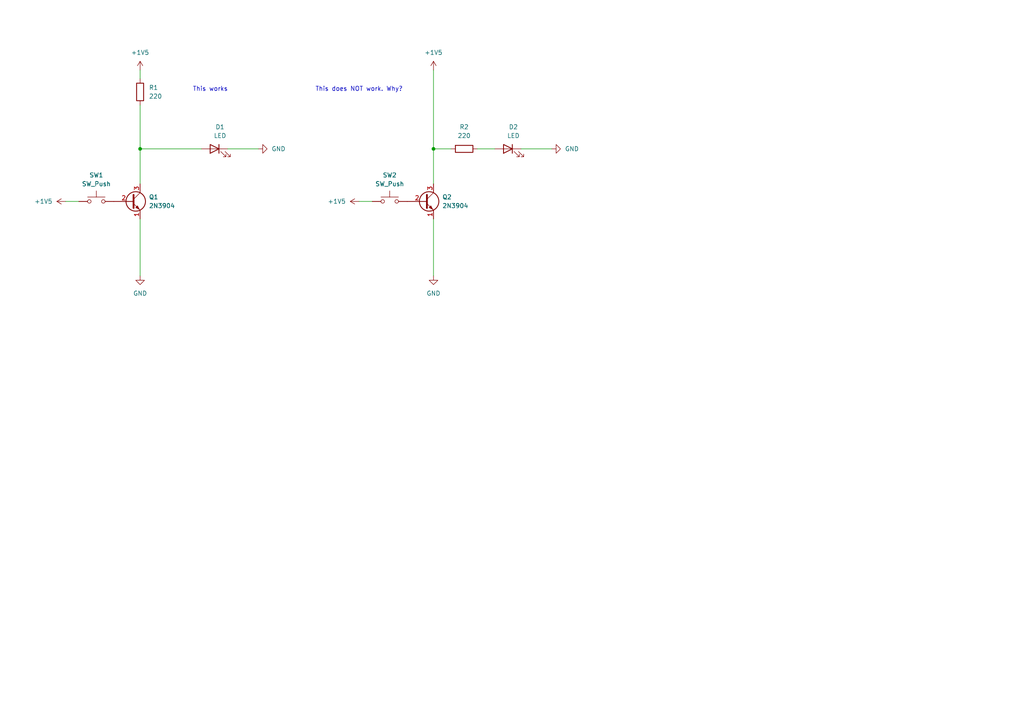
<source format=kicad_sch>
(kicad_sch (version 20230121) (generator eeschema)
  (paper "A4")
  (title_block (title "Why the resistor must be before the junction"))
  (lib_symbols
    (symbol "Device:LED" (pin_numbers hide) (pin_names (offset 1.016) hide)
      (property "Reference" "D" (at 0 2.54 0))
      (property "Value" "LED" (at 0 -2.54 0))
      (symbol "LED_0_1"
        (polyline (pts (xy -1.27 -1.27) (xy -1.27 1.27)) (stroke (width 0.254)))
        (polyline (pts (xy -1.27 0) (xy 1.27 0)))
        (polyline (pts (xy 1.27 -1.27) (xy 1.27 1.27) (xy -1.27 0) (xy 1.27 -1.27)) (stroke (width 0.254)))
        (polyline (pts (xy -3.048 -0.762) (xy -4.572 -2.286) (xy -3.81 -2.286) (xy -4.572 -2.286) (xy -4.572 -1.524)))
        (polyline (pts (xy -1.778 -0.762) (xy -3.302 -2.286) (xy -2.54 -2.286) (xy -3.302 -2.286) (xy -3.302 -1.524)))
      )
      (symbol "LED_1_1"
        (pin passive line (at -3.81 0 0) (length 2.54) (name "K") (number "1"))
        (pin passive line (at 3.81 0 180) (length 2.54) (name "A") (number "2"))
      )
    )
    (symbol "Device:R" (pin_numbers hide) (pin_names (offset 0))
      (property "Reference" "R" (at 2.032 0 90))
      (property "Value" "R" (at 0 0 90))
      (symbol "R_0_1"
        (rectangle (start -1.016 -2.54) (end 1.016 2.54) (stroke (width 0.254)))
      )
      (symbol "R_1_1"
        (pin passive line (at 0 3.81 270) (length 1.27) (name "~") (number "1"))
        (pin passive line (at 0 -3.81 90) (length 1.27) (name "~") (number "2"))
      )
    )
    (symbol "Switch:SW_Push" (pin_numbers hide) (pin_names (offset 1.016) hide)
      (property "Reference" "SW" (at 1.27 2.54 0))
      (property "Value" "SW_Push" (at 0 -1.524 0))
      (symbol "SW_Push_0_1"
        (circle (center -2.032 0) (radius 0.508))
        (polyline (pts (xy 0 1.27) (xy 0 3.048)))
        (polyline (pts (xy 2.54 1.27) (xy -2.54 1.27)))
        (circle (center 2.032 0) (radius 0.508))
        (pin passive line (at -5.08 0 0) (length 2.54) (name "1") (number "1"))
        (pin passive line (at 5.08 0 180) (length 2.54) (name "2") (number "2"))
      )
    )
    (symbol "Transistor_BJT:2N3904" (pin_names (offset 0) hide)
      (property "Reference" "Q" (at 5.08 1.905 0))
      (property "Value" "2N3904" (at 5.08 0 0))
      (symbol "2N3904_0_1"
        (polyline (pts (xy 0.635 0.635) (xy 2.54 2.54)))
        (polyline (pts (xy 0.635 -0.635) (xy 2.54 -2.54) (xy 2.54 -2.54)))
        (polyline (pts (xy 0.635 1.905) (xy 0.635 -1.905) (xy 0.635 -1.905)) (stroke (width 0.508)))
        (polyline (pts (xy 1.27 -1.778) (xy 1.778 -1.27) (xy 2.286 -2.286) (xy 1.27 -1.778) (xy 1.27 -1.778)) (fill (type outline)))
        (circle (center 1.27 0) (radius 2.8194) (stroke (width 0.254)))
      )
      (symbol "2N3904_1_1"
        (pin passive line (at 2.54 -5.08 90) (length 2.54) (name "E") (number "1"))
        (pin passive line (at -5.08 0 0) (length 5.715) (name "B") (number "2"))
        (pin passive line (at 2.54 5.08 270) (length 2.54) (name "C") (number "3"))
      )
    )
    (symbol "power:+1V5" (power) (pin_names (offset 0))
      (property "Value" "+1V5" (at 0 3.556 0))
      (symbol "+1V5_0_1"
        (polyline (pts (xy -0.762 1.27) (xy 0 2.54)))
        (polyline (pts (xy 0 0) (xy 0 2.54)))
        (polyline (pts (xy 0 2.54) (xy 0.762 1.27)))
      )
      (symbol "+1V5_1_1"
        (pin power_in line (at 0 0 90) (length 0) hide (name "+1V5") (number "1"))
      )
    )
    (symbol "power:GND" (power) (pin_names (offset 0))
      (property "Value" "GND" (at 0 -3.81 0))
      (symbol "GND_0_1"
        (polyline (pts (xy 0 0) (xy 0 -1.27) (xy 1.27 -1.27) (xy 0 -2.54) (xy -1.27 -1.27) (xy 0 -1.27)))
      )
      (symbol "GND_1_1"
        (pin power_in line (at 0 0 270) (length 0) hide (name "GND") (number "1"))
      )
    )
  )
  (junction (at 40.64 43.18))
  (junction (at 125.73 43.18))
  (wire (pts (xy 151.13 43.18) (xy 160.02 43.18)))
  (wire (pts (xy 104.14 58.42) (xy 107.95 58.42)))
  (wire (pts (xy 19.05 58.42) (xy 22.86 58.42)))
  (wire (pts (xy 125.73 20.32) (xy 125.73 43.18)))
  (wire (pts (xy 125.73 63.5) (xy 125.73 80.01)))
  (wire (pts (xy 40.64 20.32) (xy 40.64 22.86)))
  (wire (pts (xy 40.64 30.48) (xy 40.64 43.18)))
  (wire (pts (xy 40.64 63.5) (xy 40.64 80.01)))
  (wire (pts (xy 40.64 43.18) (xy 58.42 43.18)))
  (wire (pts (xy 66.04 43.18) (xy 74.93 43.18)))
  (wire (pts (xy 40.64 43.18) (xy 40.64 53.34)))
  (wire (pts (xy 125.73 43.18) (xy 125.73 53.34)))
  (wire (pts (xy 138.43 43.18) (xy 143.51 43.18)))
  (wire (pts (xy 125.73 43.18) (xy 130.81 43.18)))
  (text "This does NOT work. Why?" (at 91.44 26.67 0) (effects (font (size 1.27 1.27)) (justify left bottom)))
  (text "This works" (at 55.88 26.67 0) (effects (font (size 1.27 1.27)) (justify left bottom)))
  (symbol (lib_id "Device:R") (at 134.62 43.18 90) (unit 1)
    (property "Reference" "R2" (at 134.62 36.83 90))
    (property "Value" "220" (at 134.62 39.37 90))
  )
  (symbol (lib_id "Transistor_BJT:2N3904") (at 123.19 58.42 0) (unit 1)
    (property "Reference" "Q2" (at 128.27 57.15 0) (effects (justify left)))
    (property "Value" "2N3904" (at 128.27 59.69 0) (effects (justify left)))
    (property "Footprint" "Package_TO_SOT_THT:TO-92_Inline" (effects hide))
    (property "Datasheet" "https://www.onsemi.com/pub/Collateral/2N3903-D.PDF" (effects hide))
  )
  (symbol (lib_id "power:GND") (at 125.73 80.01 0) (unit 1)
    (property "Reference" "#PWR07" (effects hide))
    (property "Value" "GND" (at 125.73 85.09 0))
  )
  (symbol (lib_id "power:+1V5") (at 40.64 20.32 0) (unit 1)
    (property "Reference" "#PWR01" (effects hide))
    (property "Value" "+1V5" (at 40.64 15.24 0))
  )
  (symbol (lib_id "Switch:SW_Push") (at 27.94 58.42 0) (unit 1)
    (property "Reference" "SW1" (at 27.94 50.8 0))
    (property "Value" "SW_Push" (at 27.94 53.34 0))
  )
  (symbol (lib_id "power:+1V5") (at 19.05 58.42 90) (unit 1)
    (property "Reference" "#PWR04" (effects hide))
    (property "Value" "+1V5" (at 15.24 58.42 90) (effects (justify left)))
  )
  (symbol (lib_id "power:+1V5") (at 104.14 58.42 90) (unit 1)
    (property "Reference" "#PWR05" (effects hide))
    (property "Value" "+1V5" (at 100.33 58.42 90) (effects (justify left)))
  )
  (symbol (lib_id "power:+1V5") (at 125.73 20.32 0) (unit 1)
    (property "Reference" "#PWR06" (effects hide))
    (property "Value" "+1V5" (at 125.73 15.24 0))
  )
  (symbol (lib_id "power:GND") (at 74.93 43.18 90) (unit 1)
    (property "Reference" "#PWR02" (effects hide))
    (property "Value" "GND" (at 78.74 43.18 90) (effects (justify right)))
  )
  (symbol (lib_id "Device:R") (at 40.64 26.67 0) (unit 1)
    (property "Reference" "R1" (at 43.18 25.4 0) (effects (justify left)))
    (property "Value" "220" (at 43.18 27.94 0) (effects (justify left)))
  )
  (symbol (lib_id "Transistor_BJT:2N3904") (at 38.1 58.42 0) (unit 1)
    (property "Reference" "Q1" (at 43.18 57.15 0) (effects (justify left)))
    (property "Value" "2N3904" (at 43.18 59.69 0) (effects (justify left)))
    (property "Footprint" "Package_TO_SOT_THT:TO-92_Inline" (effects hide))
    (property "Datasheet" "https://www.onsemi.com/pub/Collateral/2N3903-D.PDF" (effects hide))
  )
  (symbol (lib_id "power:GND") (at 160.02 43.18 90) (unit 1)
    (property "Reference" "#PWR08" (effects hide))
    (property "Value" "GND" (at 163.83 43.18 90) (effects (justify right)))
  )
  (symbol (lib_id "power:GND") (at 40.64 80.01 0) (unit 1)
    (property "Reference" "#PWR03" (effects hide))
    (property "Value" "GND" (at 40.64 85.09 0))
  )
  (symbol (lib_id "Device:LED") (at 62.23 43.18 0) (mirror y) (unit 1)
    (property "Reference" "D1" (at 63.8175 36.83 0))
    (property "Value" "LED" (at 63.8175 39.37 0))
  )
  (symbol (lib_id "Device:LED") (at 147.32 43.18 0) (mirror y) (unit 1)
    (property "Reference" "D2" (at 148.9075 36.83 0))
    (property "Value" "LED" (at 148.9075 39.37 0))
  )
  (symbol (lib_id "Switch:SW_Push") (at 113.03 58.42 0) (unit 1)
    (property "Reference" "SW2" (at 113.03 50.8 0))
    (property "Value" "SW_Push" (at 113.03 53.34 0))
  )
)
</source>
